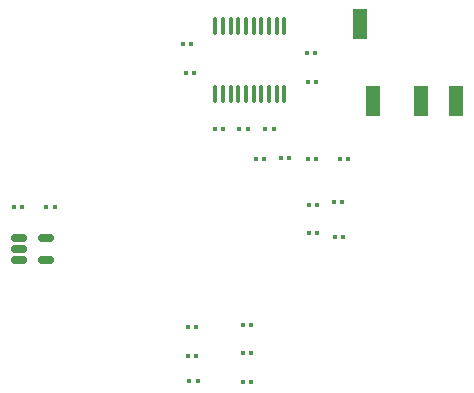
<source format=gbr>
%TF.GenerationSoftware,KiCad,Pcbnew,9.0.2*%
%TF.CreationDate,2025-07-27T21:28:40+05:30*%
%TF.ProjectId,dac,6461632e-6b69-4636-9164-5f7063625858,rev?*%
%TF.SameCoordinates,Original*%
%TF.FileFunction,Paste,Top*%
%TF.FilePolarity,Positive*%
%FSLAX46Y46*%
G04 Gerber Fmt 4.6, Leading zero omitted, Abs format (unit mm)*
G04 Created by KiCad (PCBNEW 9.0.2) date 2025-07-27 21:28:40*
%MOMM*%
%LPD*%
G01*
G04 APERTURE LIST*
G04 Aperture macros list*
%AMRoundRect*
0 Rectangle with rounded corners*
0 $1 Rounding radius*
0 $2 $3 $4 $5 $6 $7 $8 $9 X,Y pos of 4 corners*
0 Add a 4 corners polygon primitive as box body*
4,1,4,$2,$3,$4,$5,$6,$7,$8,$9,$2,$3,0*
0 Add four circle primitives for the rounded corners*
1,1,$1+$1,$2,$3*
1,1,$1+$1,$4,$5*
1,1,$1+$1,$6,$7*
1,1,$1+$1,$8,$9*
0 Add four rect primitives between the rounded corners*
20,1,$1+$1,$2,$3,$4,$5,0*
20,1,$1+$1,$4,$5,$6,$7,0*
20,1,$1+$1,$6,$7,$8,$9,0*
20,1,$1+$1,$8,$9,$2,$3,0*%
G04 Aperture macros list end*
%ADD10RoundRect,0.079500X-0.079500X-0.100500X0.079500X-0.100500X0.079500X0.100500X-0.079500X0.100500X0*%
%ADD11R,1.200000X2.500000*%
%ADD12RoundRect,0.150000X-0.512500X-0.150000X0.512500X-0.150000X0.512500X0.150000X-0.512500X0.150000X0*%
%ADD13RoundRect,0.100000X0.100000X-0.637500X0.100000X0.637500X-0.100000X0.637500X-0.100000X-0.637500X0*%
%ADD14RoundRect,0.079500X0.079500X0.100500X-0.079500X0.100500X-0.079500X-0.100500X0.079500X-0.100500X0*%
G04 APERTURE END LIST*
D10*
%TO.C,C4*%
X120855000Y-78200000D03*
X121545000Y-78200000D03*
%TD*%
%TO.C,C8*%
X128710000Y-74200000D03*
X129400000Y-74200000D03*
%TD*%
D11*
%TO.C,J4*%
X138250000Y-75850000D03*
X141250000Y-75850000D03*
X133150000Y-69350000D03*
X134250000Y-75850000D03*
%TD*%
D10*
%TO.C,R4*%
X128800000Y-87025000D03*
X129490000Y-87025000D03*
%TD*%
%TO.C,R6*%
X123200000Y-97200000D03*
X123890000Y-97200000D03*
%TD*%
%TO.C,C9*%
X128655000Y-71800000D03*
X129345000Y-71800000D03*
%TD*%
%TO.C,R3*%
X126405000Y-80700000D03*
X127095000Y-80700000D03*
%TD*%
%TO.C,C15*%
X118380000Y-73475000D03*
X119070000Y-73475000D03*
%TD*%
%TO.C,C7*%
X118110000Y-71000000D03*
X118800000Y-71000000D03*
%TD*%
%TO.C,C6*%
X125110000Y-78200000D03*
X125800000Y-78200000D03*
%TD*%
D12*
%TO.C,U2*%
X104262500Y-87450000D03*
X104262500Y-88400000D03*
X104262500Y-89350000D03*
X106537500Y-89350000D03*
X106537500Y-87450000D03*
%TD*%
D13*
%TO.C,U1*%
X120875000Y-75262500D03*
X121525000Y-75262500D03*
X122175000Y-75262500D03*
X122825000Y-75262500D03*
X123475000Y-75262500D03*
X124125000Y-75262500D03*
X124775000Y-75262500D03*
X125425000Y-75262500D03*
X126075000Y-75262500D03*
X126725000Y-75262500D03*
X126725000Y-69537500D03*
X126075000Y-69537500D03*
X125425000Y-69537500D03*
X124775000Y-69537500D03*
X124125000Y-69537500D03*
X123475000Y-69537500D03*
X122825000Y-69537500D03*
X122175000Y-69537500D03*
X121525000Y-69537500D03*
X120875000Y-69537500D03*
%TD*%
D10*
%TO.C,C13*%
X118575000Y-95000000D03*
X119265000Y-95000000D03*
%TD*%
%TO.C,R7*%
X123200000Y-99600000D03*
X123890000Y-99600000D03*
%TD*%
%TO.C,R8*%
X118675000Y-99550000D03*
X119365000Y-99550000D03*
%TD*%
%TO.C,R5*%
X123200000Y-94800000D03*
X123890000Y-94800000D03*
%TD*%
%TO.C,R2*%
X124280000Y-80750000D03*
X124970000Y-80750000D03*
%TD*%
%TO.C,C10*%
X128735000Y-80800000D03*
X129425000Y-80800000D03*
%TD*%
%TO.C,C11*%
X131455000Y-80800000D03*
X132145000Y-80800000D03*
%TD*%
%TO.C,C1*%
X103855000Y-84800000D03*
X104545000Y-84800000D03*
%TD*%
D14*
%TO.C,C3*%
X131665000Y-87400000D03*
X130975000Y-87400000D03*
%TD*%
D10*
%TO.C,C14*%
X118575000Y-97450000D03*
X119265000Y-97450000D03*
%TD*%
%TO.C,C2*%
X106575000Y-84800000D03*
X107265000Y-84800000D03*
%TD*%
%TO.C,C5*%
X122910000Y-78200000D03*
X123600000Y-78200000D03*
%TD*%
%TO.C,C12*%
X130910000Y-84400000D03*
X131600000Y-84400000D03*
%TD*%
%TO.C,R1*%
X128800000Y-84625000D03*
X129490000Y-84625000D03*
%TD*%
M02*

</source>
